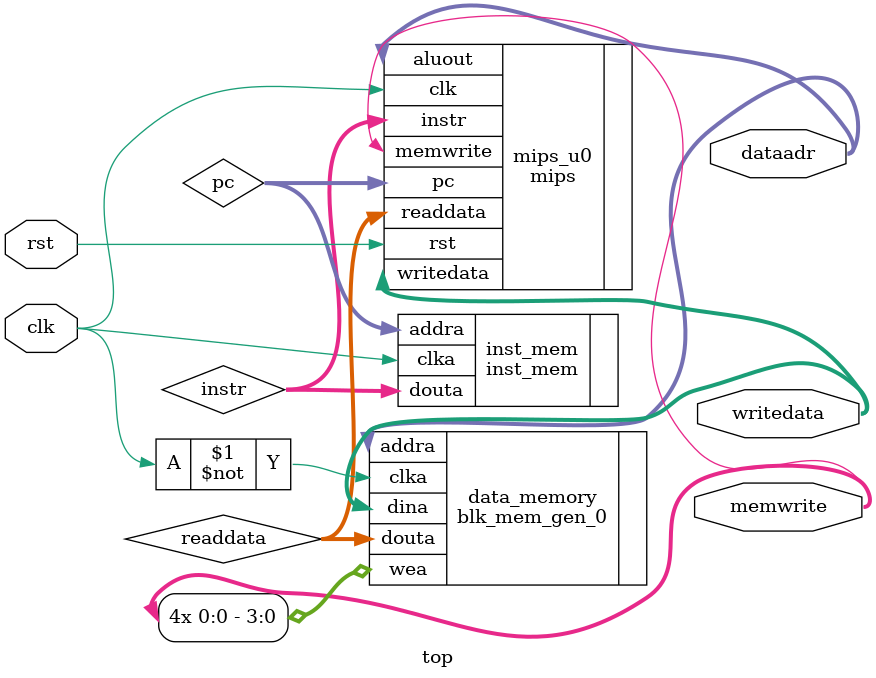
<source format=v>
`timescale 1ns / 1ps

module top(
    input wire clk,rst,
    output wire[31:0] writedata,dataadr,
	output wire memwrite
    );

    wire [31:0] pc;
    wire [31:0] instr,readdata;

    mips mips_u0(
    .clk(clk),
    .rst(rst),
    .instr(instr),
    .memwrite(memwrite),
    .pc(pc),
    .aluout(dataadr),
    .writedata(writedata),
    .readdata(readdata)
    );

    blk_mem_gen_0 data_memory(
    .clka(~clk),    // input wire clka
    .wea({4{memwrite}}),      // input wire [3 : 0] wea
    .addra(dataadr),  // input wire [31 : 0] addra
    .dina(writedata),    // input wire [31 : 0] dina
    .douta(readdata)  // output wire [31 : 0] douta
    );

    inst_mem inst_mem(
    .clka(clk),    // input wire clka
    .addra(pc),  // input wire [31 : 0] addra
    .douta(instr)  // output wire [31 : 0] douta
    );


endmodule

</source>
